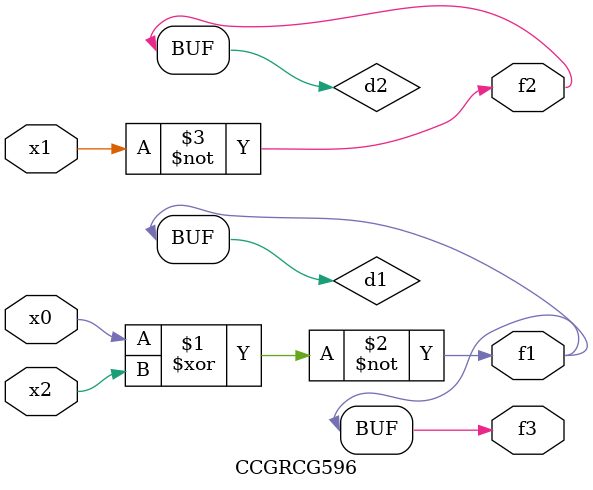
<source format=v>
module CCGRCG596(
	input x0, x1, x2,
	output f1, f2, f3
);

	wire d1, d2, d3;

	xnor (d1, x0, x2);
	nand (d2, x1);
	nor (d3, x1, x2);
	assign f1 = d1;
	assign f2 = d2;
	assign f3 = d1;
endmodule

</source>
